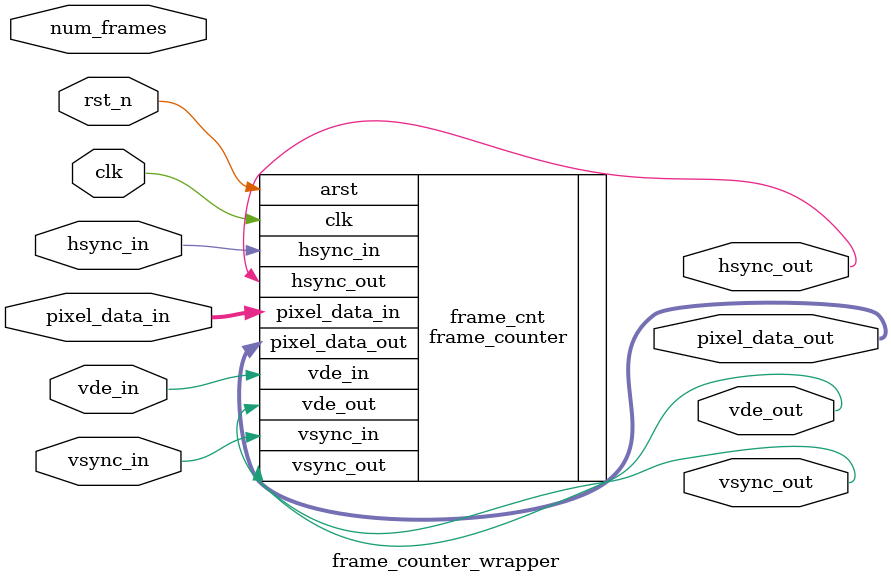
<source format=v>
`timescale 1ns / 1ps


module frame_counter_wrapper (
        input wire [7:0] num_frames,

        input wire clk,
        input wire rst_n,

        input wire [23:0] pixel_data_in,
        input wire hsync_in,
        input wire vsync_in,
        input wire vde_in,
 
        output wire [23:0] pixel_data_out,
        output wire hsync_out,
        output wire vsync_out,
        output wire vde_out
);

    frame_counter frame_cnt (
        .clk(clk),
        .arst(rst_n),
        .pixel_data_in(pixel_data_in),
        .hsync_in(hsync_in),
        .vsync_in(vsync_in),
        .vde_in(vde_in),
        .pixel_data_out(pixel_data_out),
        .hsync_out(hsync_out),
        .vsync_out(vsync_out),
        .vde_out(vde_out)
    );
endmodule

</source>
